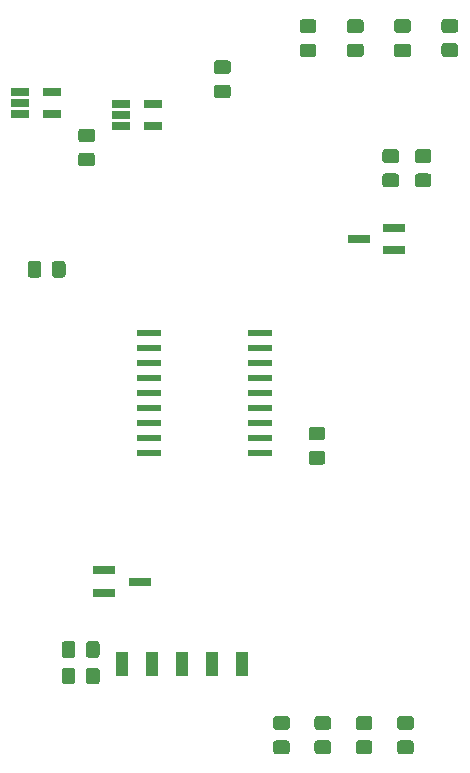
<source format=gbp>
G04 #@! TF.GenerationSoftware,KiCad,Pcbnew,(5.1.5-0-10_14)*
G04 #@! TF.CreationDate,2020-02-18T21:53:13-05:00*
G04 #@! TF.ProjectId,rlcsv3_modular,726c6373-7633-45f6-9d6f-64756c61722e,rev?*
G04 #@! TF.SameCoordinates,Original*
G04 #@! TF.FileFunction,Paste,Bot*
G04 #@! TF.FilePolarity,Positive*
%FSLAX46Y46*%
G04 Gerber Fmt 4.6, Leading zero omitted, Abs format (unit mm)*
G04 Created by KiCad (PCBNEW (5.1.5-0-10_14)) date 2020-02-18 21:53:13*
%MOMM*%
%LPD*%
G04 APERTURE LIST*
%ADD10R,1.000000X2.000000*%
%ADD11R,2.000000X0.600000*%
%ADD12R,1.560000X0.650000*%
%ADD13C,0.100000*%
%ADD14R,1.900000X0.800000*%
G04 APERTURE END LIST*
D10*
X141000000Y-132500000D03*
X143540000Y-132500000D03*
X146080000Y-132500000D03*
X148620000Y-132500000D03*
X151160000Y-132500000D03*
D11*
X143300000Y-104420000D03*
X143300000Y-105690000D03*
X143300000Y-106960000D03*
X143300000Y-108230000D03*
X143300000Y-109500000D03*
X143300000Y-110770000D03*
X143300000Y-112040000D03*
X143300000Y-113310000D03*
X143300000Y-114580000D03*
X152700000Y-114580000D03*
X152700000Y-113310000D03*
X152700000Y-112040000D03*
X152700000Y-110770000D03*
X152700000Y-109500000D03*
X152700000Y-108230000D03*
X152700000Y-106960000D03*
X152700000Y-105690000D03*
X152700000Y-104420000D03*
D12*
X135100000Y-85950000D03*
X135100000Y-84050000D03*
X132400000Y-84050000D03*
X132400000Y-85000000D03*
X132400000Y-85950000D03*
D13*
G36*
X135994505Y-98361204D02*
G01*
X136018773Y-98364804D01*
X136042572Y-98370765D01*
X136065671Y-98379030D01*
X136087850Y-98389520D01*
X136108893Y-98402132D01*
X136128599Y-98416747D01*
X136146777Y-98433223D01*
X136163253Y-98451401D01*
X136177868Y-98471107D01*
X136190480Y-98492150D01*
X136200970Y-98514329D01*
X136209235Y-98537428D01*
X136215196Y-98561227D01*
X136218796Y-98585495D01*
X136220000Y-98609999D01*
X136220000Y-99510001D01*
X136218796Y-99534505D01*
X136215196Y-99558773D01*
X136209235Y-99582572D01*
X136200970Y-99605671D01*
X136190480Y-99627850D01*
X136177868Y-99648893D01*
X136163253Y-99668599D01*
X136146777Y-99686777D01*
X136128599Y-99703253D01*
X136108893Y-99717868D01*
X136087850Y-99730480D01*
X136065671Y-99740970D01*
X136042572Y-99749235D01*
X136018773Y-99755196D01*
X135994505Y-99758796D01*
X135970001Y-99760000D01*
X135319999Y-99760000D01*
X135295495Y-99758796D01*
X135271227Y-99755196D01*
X135247428Y-99749235D01*
X135224329Y-99740970D01*
X135202150Y-99730480D01*
X135181107Y-99717868D01*
X135161401Y-99703253D01*
X135143223Y-99686777D01*
X135126747Y-99668599D01*
X135112132Y-99648893D01*
X135099520Y-99627850D01*
X135089030Y-99605671D01*
X135080765Y-99582572D01*
X135074804Y-99558773D01*
X135071204Y-99534505D01*
X135070000Y-99510001D01*
X135070000Y-98609999D01*
X135071204Y-98585495D01*
X135074804Y-98561227D01*
X135080765Y-98537428D01*
X135089030Y-98514329D01*
X135099520Y-98492150D01*
X135112132Y-98471107D01*
X135126747Y-98451401D01*
X135143223Y-98433223D01*
X135161401Y-98416747D01*
X135181107Y-98402132D01*
X135202150Y-98389520D01*
X135224329Y-98379030D01*
X135247428Y-98370765D01*
X135271227Y-98364804D01*
X135295495Y-98361204D01*
X135319999Y-98360000D01*
X135970001Y-98360000D01*
X135994505Y-98361204D01*
G37*
G36*
X133944505Y-98361204D02*
G01*
X133968773Y-98364804D01*
X133992572Y-98370765D01*
X134015671Y-98379030D01*
X134037850Y-98389520D01*
X134058893Y-98402132D01*
X134078599Y-98416747D01*
X134096777Y-98433223D01*
X134113253Y-98451401D01*
X134127868Y-98471107D01*
X134140480Y-98492150D01*
X134150970Y-98514329D01*
X134159235Y-98537428D01*
X134165196Y-98561227D01*
X134168796Y-98585495D01*
X134170000Y-98609999D01*
X134170000Y-99510001D01*
X134168796Y-99534505D01*
X134165196Y-99558773D01*
X134159235Y-99582572D01*
X134150970Y-99605671D01*
X134140480Y-99627850D01*
X134127868Y-99648893D01*
X134113253Y-99668599D01*
X134096777Y-99686777D01*
X134078599Y-99703253D01*
X134058893Y-99717868D01*
X134037850Y-99730480D01*
X134015671Y-99740970D01*
X133992572Y-99749235D01*
X133968773Y-99755196D01*
X133944505Y-99758796D01*
X133920001Y-99760000D01*
X133269999Y-99760000D01*
X133245495Y-99758796D01*
X133221227Y-99755196D01*
X133197428Y-99749235D01*
X133174329Y-99740970D01*
X133152150Y-99730480D01*
X133131107Y-99717868D01*
X133111401Y-99703253D01*
X133093223Y-99686777D01*
X133076747Y-99668599D01*
X133062132Y-99648893D01*
X133049520Y-99627850D01*
X133039030Y-99605671D01*
X133030765Y-99582572D01*
X133024804Y-99558773D01*
X133021204Y-99534505D01*
X133020000Y-99510001D01*
X133020000Y-98609999D01*
X133021204Y-98585495D01*
X133024804Y-98561227D01*
X133030765Y-98537428D01*
X133039030Y-98514329D01*
X133049520Y-98492150D01*
X133062132Y-98471107D01*
X133076747Y-98451401D01*
X133093223Y-98433223D01*
X133111401Y-98416747D01*
X133131107Y-98402132D01*
X133152150Y-98389520D01*
X133174329Y-98379030D01*
X133197428Y-98370765D01*
X133221227Y-98364804D01*
X133245495Y-98361204D01*
X133269999Y-98360000D01*
X133920001Y-98360000D01*
X133944505Y-98361204D01*
G37*
G36*
X138474505Y-87151204D02*
G01*
X138498773Y-87154804D01*
X138522572Y-87160765D01*
X138545671Y-87169030D01*
X138567850Y-87179520D01*
X138588893Y-87192132D01*
X138608599Y-87206747D01*
X138626777Y-87223223D01*
X138643253Y-87241401D01*
X138657868Y-87261107D01*
X138670480Y-87282150D01*
X138680970Y-87304329D01*
X138689235Y-87327428D01*
X138695196Y-87351227D01*
X138698796Y-87375495D01*
X138700000Y-87399999D01*
X138700000Y-88050001D01*
X138698796Y-88074505D01*
X138695196Y-88098773D01*
X138689235Y-88122572D01*
X138680970Y-88145671D01*
X138670480Y-88167850D01*
X138657868Y-88188893D01*
X138643253Y-88208599D01*
X138626777Y-88226777D01*
X138608599Y-88243253D01*
X138588893Y-88257868D01*
X138567850Y-88270480D01*
X138545671Y-88280970D01*
X138522572Y-88289235D01*
X138498773Y-88295196D01*
X138474505Y-88298796D01*
X138450001Y-88300000D01*
X137549999Y-88300000D01*
X137525495Y-88298796D01*
X137501227Y-88295196D01*
X137477428Y-88289235D01*
X137454329Y-88280970D01*
X137432150Y-88270480D01*
X137411107Y-88257868D01*
X137391401Y-88243253D01*
X137373223Y-88226777D01*
X137356747Y-88208599D01*
X137342132Y-88188893D01*
X137329520Y-88167850D01*
X137319030Y-88145671D01*
X137310765Y-88122572D01*
X137304804Y-88098773D01*
X137301204Y-88074505D01*
X137300000Y-88050001D01*
X137300000Y-87399999D01*
X137301204Y-87375495D01*
X137304804Y-87351227D01*
X137310765Y-87327428D01*
X137319030Y-87304329D01*
X137329520Y-87282150D01*
X137342132Y-87261107D01*
X137356747Y-87241401D01*
X137373223Y-87223223D01*
X137391401Y-87206747D01*
X137411107Y-87192132D01*
X137432150Y-87179520D01*
X137454329Y-87169030D01*
X137477428Y-87160765D01*
X137501227Y-87154804D01*
X137525495Y-87151204D01*
X137549999Y-87150000D01*
X138450001Y-87150000D01*
X138474505Y-87151204D01*
G37*
G36*
X138474505Y-89201204D02*
G01*
X138498773Y-89204804D01*
X138522572Y-89210765D01*
X138545671Y-89219030D01*
X138567850Y-89229520D01*
X138588893Y-89242132D01*
X138608599Y-89256747D01*
X138626777Y-89273223D01*
X138643253Y-89291401D01*
X138657868Y-89311107D01*
X138670480Y-89332150D01*
X138680970Y-89354329D01*
X138689235Y-89377428D01*
X138695196Y-89401227D01*
X138698796Y-89425495D01*
X138700000Y-89449999D01*
X138700000Y-90100001D01*
X138698796Y-90124505D01*
X138695196Y-90148773D01*
X138689235Y-90172572D01*
X138680970Y-90195671D01*
X138670480Y-90217850D01*
X138657868Y-90238893D01*
X138643253Y-90258599D01*
X138626777Y-90276777D01*
X138608599Y-90293253D01*
X138588893Y-90307868D01*
X138567850Y-90320480D01*
X138545671Y-90330970D01*
X138522572Y-90339235D01*
X138498773Y-90345196D01*
X138474505Y-90348796D01*
X138450001Y-90350000D01*
X137549999Y-90350000D01*
X137525495Y-90348796D01*
X137501227Y-90345196D01*
X137477428Y-90339235D01*
X137454329Y-90330970D01*
X137432150Y-90320480D01*
X137411107Y-90307868D01*
X137391401Y-90293253D01*
X137373223Y-90276777D01*
X137356747Y-90258599D01*
X137342132Y-90238893D01*
X137329520Y-90217850D01*
X137319030Y-90195671D01*
X137310765Y-90172572D01*
X137304804Y-90148773D01*
X137301204Y-90124505D01*
X137300000Y-90100001D01*
X137300000Y-89449999D01*
X137301204Y-89425495D01*
X137304804Y-89401227D01*
X137310765Y-89377428D01*
X137319030Y-89354329D01*
X137329520Y-89332150D01*
X137342132Y-89311107D01*
X137356747Y-89291401D01*
X137373223Y-89273223D01*
X137391401Y-89256747D01*
X137411107Y-89242132D01*
X137432150Y-89229520D01*
X137454329Y-89219030D01*
X137477428Y-89210765D01*
X137501227Y-89204804D01*
X137525495Y-89201204D01*
X137549999Y-89200000D01*
X138450001Y-89200000D01*
X138474505Y-89201204D01*
G37*
G36*
X149974505Y-81376204D02*
G01*
X149998773Y-81379804D01*
X150022572Y-81385765D01*
X150045671Y-81394030D01*
X150067850Y-81404520D01*
X150088893Y-81417132D01*
X150108599Y-81431747D01*
X150126777Y-81448223D01*
X150143253Y-81466401D01*
X150157868Y-81486107D01*
X150170480Y-81507150D01*
X150180970Y-81529329D01*
X150189235Y-81552428D01*
X150195196Y-81576227D01*
X150198796Y-81600495D01*
X150200000Y-81624999D01*
X150200000Y-82275001D01*
X150198796Y-82299505D01*
X150195196Y-82323773D01*
X150189235Y-82347572D01*
X150180970Y-82370671D01*
X150170480Y-82392850D01*
X150157868Y-82413893D01*
X150143253Y-82433599D01*
X150126777Y-82451777D01*
X150108599Y-82468253D01*
X150088893Y-82482868D01*
X150067850Y-82495480D01*
X150045671Y-82505970D01*
X150022572Y-82514235D01*
X149998773Y-82520196D01*
X149974505Y-82523796D01*
X149950001Y-82525000D01*
X149049999Y-82525000D01*
X149025495Y-82523796D01*
X149001227Y-82520196D01*
X148977428Y-82514235D01*
X148954329Y-82505970D01*
X148932150Y-82495480D01*
X148911107Y-82482868D01*
X148891401Y-82468253D01*
X148873223Y-82451777D01*
X148856747Y-82433599D01*
X148842132Y-82413893D01*
X148829520Y-82392850D01*
X148819030Y-82370671D01*
X148810765Y-82347572D01*
X148804804Y-82323773D01*
X148801204Y-82299505D01*
X148800000Y-82275001D01*
X148800000Y-81624999D01*
X148801204Y-81600495D01*
X148804804Y-81576227D01*
X148810765Y-81552428D01*
X148819030Y-81529329D01*
X148829520Y-81507150D01*
X148842132Y-81486107D01*
X148856747Y-81466401D01*
X148873223Y-81448223D01*
X148891401Y-81431747D01*
X148911107Y-81417132D01*
X148932150Y-81404520D01*
X148954329Y-81394030D01*
X148977428Y-81385765D01*
X149001227Y-81379804D01*
X149025495Y-81376204D01*
X149049999Y-81375000D01*
X149950001Y-81375000D01*
X149974505Y-81376204D01*
G37*
G36*
X149974505Y-83426204D02*
G01*
X149998773Y-83429804D01*
X150022572Y-83435765D01*
X150045671Y-83444030D01*
X150067850Y-83454520D01*
X150088893Y-83467132D01*
X150108599Y-83481747D01*
X150126777Y-83498223D01*
X150143253Y-83516401D01*
X150157868Y-83536107D01*
X150170480Y-83557150D01*
X150180970Y-83579329D01*
X150189235Y-83602428D01*
X150195196Y-83626227D01*
X150198796Y-83650495D01*
X150200000Y-83674999D01*
X150200000Y-84325001D01*
X150198796Y-84349505D01*
X150195196Y-84373773D01*
X150189235Y-84397572D01*
X150180970Y-84420671D01*
X150170480Y-84442850D01*
X150157868Y-84463893D01*
X150143253Y-84483599D01*
X150126777Y-84501777D01*
X150108599Y-84518253D01*
X150088893Y-84532868D01*
X150067850Y-84545480D01*
X150045671Y-84555970D01*
X150022572Y-84564235D01*
X149998773Y-84570196D01*
X149974505Y-84573796D01*
X149950001Y-84575000D01*
X149049999Y-84575000D01*
X149025495Y-84573796D01*
X149001227Y-84570196D01*
X148977428Y-84564235D01*
X148954329Y-84555970D01*
X148932150Y-84545480D01*
X148911107Y-84532868D01*
X148891401Y-84518253D01*
X148873223Y-84501777D01*
X148856747Y-84483599D01*
X148842132Y-84463893D01*
X148829520Y-84442850D01*
X148819030Y-84420671D01*
X148810765Y-84397572D01*
X148804804Y-84373773D01*
X148801204Y-84349505D01*
X148800000Y-84325001D01*
X148800000Y-83674999D01*
X148801204Y-83650495D01*
X148804804Y-83626227D01*
X148810765Y-83602428D01*
X148819030Y-83579329D01*
X148829520Y-83557150D01*
X148842132Y-83536107D01*
X148856747Y-83516401D01*
X148873223Y-83498223D01*
X148891401Y-83481747D01*
X148911107Y-83467132D01*
X148932150Y-83454520D01*
X148954329Y-83444030D01*
X148977428Y-83435765D01*
X149001227Y-83429804D01*
X149025495Y-83426204D01*
X149049999Y-83425000D01*
X149950001Y-83425000D01*
X149974505Y-83426204D01*
G37*
G36*
X154974505Y-138951204D02*
G01*
X154998773Y-138954804D01*
X155022572Y-138960765D01*
X155045671Y-138969030D01*
X155067850Y-138979520D01*
X155088893Y-138992132D01*
X155108599Y-139006747D01*
X155126777Y-139023223D01*
X155143253Y-139041401D01*
X155157868Y-139061107D01*
X155170480Y-139082150D01*
X155180970Y-139104329D01*
X155189235Y-139127428D01*
X155195196Y-139151227D01*
X155198796Y-139175495D01*
X155200000Y-139199999D01*
X155200000Y-139850001D01*
X155198796Y-139874505D01*
X155195196Y-139898773D01*
X155189235Y-139922572D01*
X155180970Y-139945671D01*
X155170480Y-139967850D01*
X155157868Y-139988893D01*
X155143253Y-140008599D01*
X155126777Y-140026777D01*
X155108599Y-140043253D01*
X155088893Y-140057868D01*
X155067850Y-140070480D01*
X155045671Y-140080970D01*
X155022572Y-140089235D01*
X154998773Y-140095196D01*
X154974505Y-140098796D01*
X154950001Y-140100000D01*
X154049999Y-140100000D01*
X154025495Y-140098796D01*
X154001227Y-140095196D01*
X153977428Y-140089235D01*
X153954329Y-140080970D01*
X153932150Y-140070480D01*
X153911107Y-140057868D01*
X153891401Y-140043253D01*
X153873223Y-140026777D01*
X153856747Y-140008599D01*
X153842132Y-139988893D01*
X153829520Y-139967850D01*
X153819030Y-139945671D01*
X153810765Y-139922572D01*
X153804804Y-139898773D01*
X153801204Y-139874505D01*
X153800000Y-139850001D01*
X153800000Y-139199999D01*
X153801204Y-139175495D01*
X153804804Y-139151227D01*
X153810765Y-139127428D01*
X153819030Y-139104329D01*
X153829520Y-139082150D01*
X153842132Y-139061107D01*
X153856747Y-139041401D01*
X153873223Y-139023223D01*
X153891401Y-139006747D01*
X153911107Y-138992132D01*
X153932150Y-138979520D01*
X153954329Y-138969030D01*
X153977428Y-138960765D01*
X154001227Y-138954804D01*
X154025495Y-138951204D01*
X154049999Y-138950000D01*
X154950001Y-138950000D01*
X154974505Y-138951204D01*
G37*
G36*
X154974505Y-136901204D02*
G01*
X154998773Y-136904804D01*
X155022572Y-136910765D01*
X155045671Y-136919030D01*
X155067850Y-136929520D01*
X155088893Y-136942132D01*
X155108599Y-136956747D01*
X155126777Y-136973223D01*
X155143253Y-136991401D01*
X155157868Y-137011107D01*
X155170480Y-137032150D01*
X155180970Y-137054329D01*
X155189235Y-137077428D01*
X155195196Y-137101227D01*
X155198796Y-137125495D01*
X155200000Y-137149999D01*
X155200000Y-137800001D01*
X155198796Y-137824505D01*
X155195196Y-137848773D01*
X155189235Y-137872572D01*
X155180970Y-137895671D01*
X155170480Y-137917850D01*
X155157868Y-137938893D01*
X155143253Y-137958599D01*
X155126777Y-137976777D01*
X155108599Y-137993253D01*
X155088893Y-138007868D01*
X155067850Y-138020480D01*
X155045671Y-138030970D01*
X155022572Y-138039235D01*
X154998773Y-138045196D01*
X154974505Y-138048796D01*
X154950001Y-138050000D01*
X154049999Y-138050000D01*
X154025495Y-138048796D01*
X154001227Y-138045196D01*
X153977428Y-138039235D01*
X153954329Y-138030970D01*
X153932150Y-138020480D01*
X153911107Y-138007868D01*
X153891401Y-137993253D01*
X153873223Y-137976777D01*
X153856747Y-137958599D01*
X153842132Y-137938893D01*
X153829520Y-137917850D01*
X153819030Y-137895671D01*
X153810765Y-137872572D01*
X153804804Y-137848773D01*
X153801204Y-137824505D01*
X153800000Y-137800001D01*
X153800000Y-137149999D01*
X153801204Y-137125495D01*
X153804804Y-137101227D01*
X153810765Y-137077428D01*
X153819030Y-137054329D01*
X153829520Y-137032150D01*
X153842132Y-137011107D01*
X153856747Y-136991401D01*
X153873223Y-136973223D01*
X153891401Y-136956747D01*
X153911107Y-136942132D01*
X153932150Y-136929520D01*
X153954329Y-136919030D01*
X153977428Y-136910765D01*
X154001227Y-136904804D01*
X154025495Y-136901204D01*
X154049999Y-136900000D01*
X154950001Y-136900000D01*
X154974505Y-136901204D01*
G37*
G36*
X158474505Y-138951204D02*
G01*
X158498773Y-138954804D01*
X158522572Y-138960765D01*
X158545671Y-138969030D01*
X158567850Y-138979520D01*
X158588893Y-138992132D01*
X158608599Y-139006747D01*
X158626777Y-139023223D01*
X158643253Y-139041401D01*
X158657868Y-139061107D01*
X158670480Y-139082150D01*
X158680970Y-139104329D01*
X158689235Y-139127428D01*
X158695196Y-139151227D01*
X158698796Y-139175495D01*
X158700000Y-139199999D01*
X158700000Y-139850001D01*
X158698796Y-139874505D01*
X158695196Y-139898773D01*
X158689235Y-139922572D01*
X158680970Y-139945671D01*
X158670480Y-139967850D01*
X158657868Y-139988893D01*
X158643253Y-140008599D01*
X158626777Y-140026777D01*
X158608599Y-140043253D01*
X158588893Y-140057868D01*
X158567850Y-140070480D01*
X158545671Y-140080970D01*
X158522572Y-140089235D01*
X158498773Y-140095196D01*
X158474505Y-140098796D01*
X158450001Y-140100000D01*
X157549999Y-140100000D01*
X157525495Y-140098796D01*
X157501227Y-140095196D01*
X157477428Y-140089235D01*
X157454329Y-140080970D01*
X157432150Y-140070480D01*
X157411107Y-140057868D01*
X157391401Y-140043253D01*
X157373223Y-140026777D01*
X157356747Y-140008599D01*
X157342132Y-139988893D01*
X157329520Y-139967850D01*
X157319030Y-139945671D01*
X157310765Y-139922572D01*
X157304804Y-139898773D01*
X157301204Y-139874505D01*
X157300000Y-139850001D01*
X157300000Y-139199999D01*
X157301204Y-139175495D01*
X157304804Y-139151227D01*
X157310765Y-139127428D01*
X157319030Y-139104329D01*
X157329520Y-139082150D01*
X157342132Y-139061107D01*
X157356747Y-139041401D01*
X157373223Y-139023223D01*
X157391401Y-139006747D01*
X157411107Y-138992132D01*
X157432150Y-138979520D01*
X157454329Y-138969030D01*
X157477428Y-138960765D01*
X157501227Y-138954804D01*
X157525495Y-138951204D01*
X157549999Y-138950000D01*
X158450001Y-138950000D01*
X158474505Y-138951204D01*
G37*
G36*
X158474505Y-136901204D02*
G01*
X158498773Y-136904804D01*
X158522572Y-136910765D01*
X158545671Y-136919030D01*
X158567850Y-136929520D01*
X158588893Y-136942132D01*
X158608599Y-136956747D01*
X158626777Y-136973223D01*
X158643253Y-136991401D01*
X158657868Y-137011107D01*
X158670480Y-137032150D01*
X158680970Y-137054329D01*
X158689235Y-137077428D01*
X158695196Y-137101227D01*
X158698796Y-137125495D01*
X158700000Y-137149999D01*
X158700000Y-137800001D01*
X158698796Y-137824505D01*
X158695196Y-137848773D01*
X158689235Y-137872572D01*
X158680970Y-137895671D01*
X158670480Y-137917850D01*
X158657868Y-137938893D01*
X158643253Y-137958599D01*
X158626777Y-137976777D01*
X158608599Y-137993253D01*
X158588893Y-138007868D01*
X158567850Y-138020480D01*
X158545671Y-138030970D01*
X158522572Y-138039235D01*
X158498773Y-138045196D01*
X158474505Y-138048796D01*
X158450001Y-138050000D01*
X157549999Y-138050000D01*
X157525495Y-138048796D01*
X157501227Y-138045196D01*
X157477428Y-138039235D01*
X157454329Y-138030970D01*
X157432150Y-138020480D01*
X157411107Y-138007868D01*
X157391401Y-137993253D01*
X157373223Y-137976777D01*
X157356747Y-137958599D01*
X157342132Y-137938893D01*
X157329520Y-137917850D01*
X157319030Y-137895671D01*
X157310765Y-137872572D01*
X157304804Y-137848773D01*
X157301204Y-137824505D01*
X157300000Y-137800001D01*
X157300000Y-137149999D01*
X157301204Y-137125495D01*
X157304804Y-137101227D01*
X157310765Y-137077428D01*
X157319030Y-137054329D01*
X157329520Y-137032150D01*
X157342132Y-137011107D01*
X157356747Y-136991401D01*
X157373223Y-136973223D01*
X157391401Y-136956747D01*
X157411107Y-136942132D01*
X157432150Y-136929520D01*
X157454329Y-136919030D01*
X157477428Y-136910765D01*
X157501227Y-136904804D01*
X157525495Y-136901204D01*
X157549999Y-136900000D01*
X158450001Y-136900000D01*
X158474505Y-136901204D01*
G37*
G36*
X161974505Y-136901204D02*
G01*
X161998773Y-136904804D01*
X162022572Y-136910765D01*
X162045671Y-136919030D01*
X162067850Y-136929520D01*
X162088893Y-136942132D01*
X162108599Y-136956747D01*
X162126777Y-136973223D01*
X162143253Y-136991401D01*
X162157868Y-137011107D01*
X162170480Y-137032150D01*
X162180970Y-137054329D01*
X162189235Y-137077428D01*
X162195196Y-137101227D01*
X162198796Y-137125495D01*
X162200000Y-137149999D01*
X162200000Y-137800001D01*
X162198796Y-137824505D01*
X162195196Y-137848773D01*
X162189235Y-137872572D01*
X162180970Y-137895671D01*
X162170480Y-137917850D01*
X162157868Y-137938893D01*
X162143253Y-137958599D01*
X162126777Y-137976777D01*
X162108599Y-137993253D01*
X162088893Y-138007868D01*
X162067850Y-138020480D01*
X162045671Y-138030970D01*
X162022572Y-138039235D01*
X161998773Y-138045196D01*
X161974505Y-138048796D01*
X161950001Y-138050000D01*
X161049999Y-138050000D01*
X161025495Y-138048796D01*
X161001227Y-138045196D01*
X160977428Y-138039235D01*
X160954329Y-138030970D01*
X160932150Y-138020480D01*
X160911107Y-138007868D01*
X160891401Y-137993253D01*
X160873223Y-137976777D01*
X160856747Y-137958599D01*
X160842132Y-137938893D01*
X160829520Y-137917850D01*
X160819030Y-137895671D01*
X160810765Y-137872572D01*
X160804804Y-137848773D01*
X160801204Y-137824505D01*
X160800000Y-137800001D01*
X160800000Y-137149999D01*
X160801204Y-137125495D01*
X160804804Y-137101227D01*
X160810765Y-137077428D01*
X160819030Y-137054329D01*
X160829520Y-137032150D01*
X160842132Y-137011107D01*
X160856747Y-136991401D01*
X160873223Y-136973223D01*
X160891401Y-136956747D01*
X160911107Y-136942132D01*
X160932150Y-136929520D01*
X160954329Y-136919030D01*
X160977428Y-136910765D01*
X161001227Y-136904804D01*
X161025495Y-136901204D01*
X161049999Y-136900000D01*
X161950001Y-136900000D01*
X161974505Y-136901204D01*
G37*
G36*
X161974505Y-138951204D02*
G01*
X161998773Y-138954804D01*
X162022572Y-138960765D01*
X162045671Y-138969030D01*
X162067850Y-138979520D01*
X162088893Y-138992132D01*
X162108599Y-139006747D01*
X162126777Y-139023223D01*
X162143253Y-139041401D01*
X162157868Y-139061107D01*
X162170480Y-139082150D01*
X162180970Y-139104329D01*
X162189235Y-139127428D01*
X162195196Y-139151227D01*
X162198796Y-139175495D01*
X162200000Y-139199999D01*
X162200000Y-139850001D01*
X162198796Y-139874505D01*
X162195196Y-139898773D01*
X162189235Y-139922572D01*
X162180970Y-139945671D01*
X162170480Y-139967850D01*
X162157868Y-139988893D01*
X162143253Y-140008599D01*
X162126777Y-140026777D01*
X162108599Y-140043253D01*
X162088893Y-140057868D01*
X162067850Y-140070480D01*
X162045671Y-140080970D01*
X162022572Y-140089235D01*
X161998773Y-140095196D01*
X161974505Y-140098796D01*
X161950001Y-140100000D01*
X161049999Y-140100000D01*
X161025495Y-140098796D01*
X161001227Y-140095196D01*
X160977428Y-140089235D01*
X160954329Y-140080970D01*
X160932150Y-140070480D01*
X160911107Y-140057868D01*
X160891401Y-140043253D01*
X160873223Y-140026777D01*
X160856747Y-140008599D01*
X160842132Y-139988893D01*
X160829520Y-139967850D01*
X160819030Y-139945671D01*
X160810765Y-139922572D01*
X160804804Y-139898773D01*
X160801204Y-139874505D01*
X160800000Y-139850001D01*
X160800000Y-139199999D01*
X160801204Y-139175495D01*
X160804804Y-139151227D01*
X160810765Y-139127428D01*
X160819030Y-139104329D01*
X160829520Y-139082150D01*
X160842132Y-139061107D01*
X160856747Y-139041401D01*
X160873223Y-139023223D01*
X160891401Y-139006747D01*
X160911107Y-138992132D01*
X160932150Y-138979520D01*
X160954329Y-138969030D01*
X160977428Y-138960765D01*
X161001227Y-138954804D01*
X161025495Y-138951204D01*
X161049999Y-138950000D01*
X161950001Y-138950000D01*
X161974505Y-138951204D01*
G37*
G36*
X165474505Y-136901204D02*
G01*
X165498773Y-136904804D01*
X165522572Y-136910765D01*
X165545671Y-136919030D01*
X165567850Y-136929520D01*
X165588893Y-136942132D01*
X165608599Y-136956747D01*
X165626777Y-136973223D01*
X165643253Y-136991401D01*
X165657868Y-137011107D01*
X165670480Y-137032150D01*
X165680970Y-137054329D01*
X165689235Y-137077428D01*
X165695196Y-137101227D01*
X165698796Y-137125495D01*
X165700000Y-137149999D01*
X165700000Y-137800001D01*
X165698796Y-137824505D01*
X165695196Y-137848773D01*
X165689235Y-137872572D01*
X165680970Y-137895671D01*
X165670480Y-137917850D01*
X165657868Y-137938893D01*
X165643253Y-137958599D01*
X165626777Y-137976777D01*
X165608599Y-137993253D01*
X165588893Y-138007868D01*
X165567850Y-138020480D01*
X165545671Y-138030970D01*
X165522572Y-138039235D01*
X165498773Y-138045196D01*
X165474505Y-138048796D01*
X165450001Y-138050000D01*
X164549999Y-138050000D01*
X164525495Y-138048796D01*
X164501227Y-138045196D01*
X164477428Y-138039235D01*
X164454329Y-138030970D01*
X164432150Y-138020480D01*
X164411107Y-138007868D01*
X164391401Y-137993253D01*
X164373223Y-137976777D01*
X164356747Y-137958599D01*
X164342132Y-137938893D01*
X164329520Y-137917850D01*
X164319030Y-137895671D01*
X164310765Y-137872572D01*
X164304804Y-137848773D01*
X164301204Y-137824505D01*
X164300000Y-137800001D01*
X164300000Y-137149999D01*
X164301204Y-137125495D01*
X164304804Y-137101227D01*
X164310765Y-137077428D01*
X164319030Y-137054329D01*
X164329520Y-137032150D01*
X164342132Y-137011107D01*
X164356747Y-136991401D01*
X164373223Y-136973223D01*
X164391401Y-136956747D01*
X164411107Y-136942132D01*
X164432150Y-136929520D01*
X164454329Y-136919030D01*
X164477428Y-136910765D01*
X164501227Y-136904804D01*
X164525495Y-136901204D01*
X164549999Y-136900000D01*
X165450001Y-136900000D01*
X165474505Y-136901204D01*
G37*
G36*
X165474505Y-138951204D02*
G01*
X165498773Y-138954804D01*
X165522572Y-138960765D01*
X165545671Y-138969030D01*
X165567850Y-138979520D01*
X165588893Y-138992132D01*
X165608599Y-139006747D01*
X165626777Y-139023223D01*
X165643253Y-139041401D01*
X165657868Y-139061107D01*
X165670480Y-139082150D01*
X165680970Y-139104329D01*
X165689235Y-139127428D01*
X165695196Y-139151227D01*
X165698796Y-139175495D01*
X165700000Y-139199999D01*
X165700000Y-139850001D01*
X165698796Y-139874505D01*
X165695196Y-139898773D01*
X165689235Y-139922572D01*
X165680970Y-139945671D01*
X165670480Y-139967850D01*
X165657868Y-139988893D01*
X165643253Y-140008599D01*
X165626777Y-140026777D01*
X165608599Y-140043253D01*
X165588893Y-140057868D01*
X165567850Y-140070480D01*
X165545671Y-140080970D01*
X165522572Y-140089235D01*
X165498773Y-140095196D01*
X165474505Y-140098796D01*
X165450001Y-140100000D01*
X164549999Y-140100000D01*
X164525495Y-140098796D01*
X164501227Y-140095196D01*
X164477428Y-140089235D01*
X164454329Y-140080970D01*
X164432150Y-140070480D01*
X164411107Y-140057868D01*
X164391401Y-140043253D01*
X164373223Y-140026777D01*
X164356747Y-140008599D01*
X164342132Y-139988893D01*
X164329520Y-139967850D01*
X164319030Y-139945671D01*
X164310765Y-139922572D01*
X164304804Y-139898773D01*
X164301204Y-139874505D01*
X164300000Y-139850001D01*
X164300000Y-139199999D01*
X164301204Y-139175495D01*
X164304804Y-139151227D01*
X164310765Y-139127428D01*
X164319030Y-139104329D01*
X164329520Y-139082150D01*
X164342132Y-139061107D01*
X164356747Y-139041401D01*
X164373223Y-139023223D01*
X164391401Y-139006747D01*
X164411107Y-138992132D01*
X164432150Y-138979520D01*
X164454329Y-138969030D01*
X164477428Y-138960765D01*
X164501227Y-138954804D01*
X164525495Y-138951204D01*
X164549999Y-138950000D01*
X165450001Y-138950000D01*
X165474505Y-138951204D01*
G37*
G36*
X164224505Y-88901204D02*
G01*
X164248773Y-88904804D01*
X164272572Y-88910765D01*
X164295671Y-88919030D01*
X164317850Y-88929520D01*
X164338893Y-88942132D01*
X164358599Y-88956747D01*
X164376777Y-88973223D01*
X164393253Y-88991401D01*
X164407868Y-89011107D01*
X164420480Y-89032150D01*
X164430970Y-89054329D01*
X164439235Y-89077428D01*
X164445196Y-89101227D01*
X164448796Y-89125495D01*
X164450000Y-89149999D01*
X164450000Y-89800001D01*
X164448796Y-89824505D01*
X164445196Y-89848773D01*
X164439235Y-89872572D01*
X164430970Y-89895671D01*
X164420480Y-89917850D01*
X164407868Y-89938893D01*
X164393253Y-89958599D01*
X164376777Y-89976777D01*
X164358599Y-89993253D01*
X164338893Y-90007868D01*
X164317850Y-90020480D01*
X164295671Y-90030970D01*
X164272572Y-90039235D01*
X164248773Y-90045196D01*
X164224505Y-90048796D01*
X164200001Y-90050000D01*
X163299999Y-90050000D01*
X163275495Y-90048796D01*
X163251227Y-90045196D01*
X163227428Y-90039235D01*
X163204329Y-90030970D01*
X163182150Y-90020480D01*
X163161107Y-90007868D01*
X163141401Y-89993253D01*
X163123223Y-89976777D01*
X163106747Y-89958599D01*
X163092132Y-89938893D01*
X163079520Y-89917850D01*
X163069030Y-89895671D01*
X163060765Y-89872572D01*
X163054804Y-89848773D01*
X163051204Y-89824505D01*
X163050000Y-89800001D01*
X163050000Y-89149999D01*
X163051204Y-89125495D01*
X163054804Y-89101227D01*
X163060765Y-89077428D01*
X163069030Y-89054329D01*
X163079520Y-89032150D01*
X163092132Y-89011107D01*
X163106747Y-88991401D01*
X163123223Y-88973223D01*
X163141401Y-88956747D01*
X163161107Y-88942132D01*
X163182150Y-88929520D01*
X163204329Y-88919030D01*
X163227428Y-88910765D01*
X163251227Y-88904804D01*
X163275495Y-88901204D01*
X163299999Y-88900000D01*
X164200001Y-88900000D01*
X164224505Y-88901204D01*
G37*
G36*
X164224505Y-90951204D02*
G01*
X164248773Y-90954804D01*
X164272572Y-90960765D01*
X164295671Y-90969030D01*
X164317850Y-90979520D01*
X164338893Y-90992132D01*
X164358599Y-91006747D01*
X164376777Y-91023223D01*
X164393253Y-91041401D01*
X164407868Y-91061107D01*
X164420480Y-91082150D01*
X164430970Y-91104329D01*
X164439235Y-91127428D01*
X164445196Y-91151227D01*
X164448796Y-91175495D01*
X164450000Y-91199999D01*
X164450000Y-91850001D01*
X164448796Y-91874505D01*
X164445196Y-91898773D01*
X164439235Y-91922572D01*
X164430970Y-91945671D01*
X164420480Y-91967850D01*
X164407868Y-91988893D01*
X164393253Y-92008599D01*
X164376777Y-92026777D01*
X164358599Y-92043253D01*
X164338893Y-92057868D01*
X164317850Y-92070480D01*
X164295671Y-92080970D01*
X164272572Y-92089235D01*
X164248773Y-92095196D01*
X164224505Y-92098796D01*
X164200001Y-92100000D01*
X163299999Y-92100000D01*
X163275495Y-92098796D01*
X163251227Y-92095196D01*
X163227428Y-92089235D01*
X163204329Y-92080970D01*
X163182150Y-92070480D01*
X163161107Y-92057868D01*
X163141401Y-92043253D01*
X163123223Y-92026777D01*
X163106747Y-92008599D01*
X163092132Y-91988893D01*
X163079520Y-91967850D01*
X163069030Y-91945671D01*
X163060765Y-91922572D01*
X163054804Y-91898773D01*
X163051204Y-91874505D01*
X163050000Y-91850001D01*
X163050000Y-91199999D01*
X163051204Y-91175495D01*
X163054804Y-91151227D01*
X163060765Y-91127428D01*
X163069030Y-91104329D01*
X163079520Y-91082150D01*
X163092132Y-91061107D01*
X163106747Y-91041401D01*
X163123223Y-91023223D01*
X163141401Y-91006747D01*
X163161107Y-90992132D01*
X163182150Y-90979520D01*
X163204329Y-90969030D01*
X163227428Y-90960765D01*
X163251227Y-90954804D01*
X163275495Y-90951204D01*
X163299999Y-90950000D01*
X164200001Y-90950000D01*
X164224505Y-90951204D01*
G37*
G36*
X136824505Y-132801204D02*
G01*
X136848773Y-132804804D01*
X136872572Y-132810765D01*
X136895671Y-132819030D01*
X136917850Y-132829520D01*
X136938893Y-132842132D01*
X136958599Y-132856747D01*
X136976777Y-132873223D01*
X136993253Y-132891401D01*
X137007868Y-132911107D01*
X137020480Y-132932150D01*
X137030970Y-132954329D01*
X137039235Y-132977428D01*
X137045196Y-133001227D01*
X137048796Y-133025495D01*
X137050000Y-133049999D01*
X137050000Y-133950001D01*
X137048796Y-133974505D01*
X137045196Y-133998773D01*
X137039235Y-134022572D01*
X137030970Y-134045671D01*
X137020480Y-134067850D01*
X137007868Y-134088893D01*
X136993253Y-134108599D01*
X136976777Y-134126777D01*
X136958599Y-134143253D01*
X136938893Y-134157868D01*
X136917850Y-134170480D01*
X136895671Y-134180970D01*
X136872572Y-134189235D01*
X136848773Y-134195196D01*
X136824505Y-134198796D01*
X136800001Y-134200000D01*
X136149999Y-134200000D01*
X136125495Y-134198796D01*
X136101227Y-134195196D01*
X136077428Y-134189235D01*
X136054329Y-134180970D01*
X136032150Y-134170480D01*
X136011107Y-134157868D01*
X135991401Y-134143253D01*
X135973223Y-134126777D01*
X135956747Y-134108599D01*
X135942132Y-134088893D01*
X135929520Y-134067850D01*
X135919030Y-134045671D01*
X135910765Y-134022572D01*
X135904804Y-133998773D01*
X135901204Y-133974505D01*
X135900000Y-133950001D01*
X135900000Y-133049999D01*
X135901204Y-133025495D01*
X135904804Y-133001227D01*
X135910765Y-132977428D01*
X135919030Y-132954329D01*
X135929520Y-132932150D01*
X135942132Y-132911107D01*
X135956747Y-132891401D01*
X135973223Y-132873223D01*
X135991401Y-132856747D01*
X136011107Y-132842132D01*
X136032150Y-132829520D01*
X136054329Y-132819030D01*
X136077428Y-132810765D01*
X136101227Y-132804804D01*
X136125495Y-132801204D01*
X136149999Y-132800000D01*
X136800001Y-132800000D01*
X136824505Y-132801204D01*
G37*
G36*
X138874505Y-132801204D02*
G01*
X138898773Y-132804804D01*
X138922572Y-132810765D01*
X138945671Y-132819030D01*
X138967850Y-132829520D01*
X138988893Y-132842132D01*
X139008599Y-132856747D01*
X139026777Y-132873223D01*
X139043253Y-132891401D01*
X139057868Y-132911107D01*
X139070480Y-132932150D01*
X139080970Y-132954329D01*
X139089235Y-132977428D01*
X139095196Y-133001227D01*
X139098796Y-133025495D01*
X139100000Y-133049999D01*
X139100000Y-133950001D01*
X139098796Y-133974505D01*
X139095196Y-133998773D01*
X139089235Y-134022572D01*
X139080970Y-134045671D01*
X139070480Y-134067850D01*
X139057868Y-134088893D01*
X139043253Y-134108599D01*
X139026777Y-134126777D01*
X139008599Y-134143253D01*
X138988893Y-134157868D01*
X138967850Y-134170480D01*
X138945671Y-134180970D01*
X138922572Y-134189235D01*
X138898773Y-134195196D01*
X138874505Y-134198796D01*
X138850001Y-134200000D01*
X138199999Y-134200000D01*
X138175495Y-134198796D01*
X138151227Y-134195196D01*
X138127428Y-134189235D01*
X138104329Y-134180970D01*
X138082150Y-134170480D01*
X138061107Y-134157868D01*
X138041401Y-134143253D01*
X138023223Y-134126777D01*
X138006747Y-134108599D01*
X137992132Y-134088893D01*
X137979520Y-134067850D01*
X137969030Y-134045671D01*
X137960765Y-134022572D01*
X137954804Y-133998773D01*
X137951204Y-133974505D01*
X137950000Y-133950001D01*
X137950000Y-133049999D01*
X137951204Y-133025495D01*
X137954804Y-133001227D01*
X137960765Y-132977428D01*
X137969030Y-132954329D01*
X137979520Y-132932150D01*
X137992132Y-132911107D01*
X138006747Y-132891401D01*
X138023223Y-132873223D01*
X138041401Y-132856747D01*
X138061107Y-132842132D01*
X138082150Y-132829520D01*
X138104329Y-132819030D01*
X138127428Y-132810765D01*
X138151227Y-132804804D01*
X138175495Y-132801204D01*
X138199999Y-132800000D01*
X138850001Y-132800000D01*
X138874505Y-132801204D01*
G37*
G36*
X161224505Y-79951204D02*
G01*
X161248773Y-79954804D01*
X161272572Y-79960765D01*
X161295671Y-79969030D01*
X161317850Y-79979520D01*
X161338893Y-79992132D01*
X161358599Y-80006747D01*
X161376777Y-80023223D01*
X161393253Y-80041401D01*
X161407868Y-80061107D01*
X161420480Y-80082150D01*
X161430970Y-80104329D01*
X161439235Y-80127428D01*
X161445196Y-80151227D01*
X161448796Y-80175495D01*
X161450000Y-80199999D01*
X161450000Y-80850001D01*
X161448796Y-80874505D01*
X161445196Y-80898773D01*
X161439235Y-80922572D01*
X161430970Y-80945671D01*
X161420480Y-80967850D01*
X161407868Y-80988893D01*
X161393253Y-81008599D01*
X161376777Y-81026777D01*
X161358599Y-81043253D01*
X161338893Y-81057868D01*
X161317850Y-81070480D01*
X161295671Y-81080970D01*
X161272572Y-81089235D01*
X161248773Y-81095196D01*
X161224505Y-81098796D01*
X161200001Y-81100000D01*
X160299999Y-81100000D01*
X160275495Y-81098796D01*
X160251227Y-81095196D01*
X160227428Y-81089235D01*
X160204329Y-81080970D01*
X160182150Y-81070480D01*
X160161107Y-81057868D01*
X160141401Y-81043253D01*
X160123223Y-81026777D01*
X160106747Y-81008599D01*
X160092132Y-80988893D01*
X160079520Y-80967850D01*
X160069030Y-80945671D01*
X160060765Y-80922572D01*
X160054804Y-80898773D01*
X160051204Y-80874505D01*
X160050000Y-80850001D01*
X160050000Y-80199999D01*
X160051204Y-80175495D01*
X160054804Y-80151227D01*
X160060765Y-80127428D01*
X160069030Y-80104329D01*
X160079520Y-80082150D01*
X160092132Y-80061107D01*
X160106747Y-80041401D01*
X160123223Y-80023223D01*
X160141401Y-80006747D01*
X160161107Y-79992132D01*
X160182150Y-79979520D01*
X160204329Y-79969030D01*
X160227428Y-79960765D01*
X160251227Y-79954804D01*
X160275495Y-79951204D01*
X160299999Y-79950000D01*
X161200001Y-79950000D01*
X161224505Y-79951204D01*
G37*
G36*
X161224505Y-77901204D02*
G01*
X161248773Y-77904804D01*
X161272572Y-77910765D01*
X161295671Y-77919030D01*
X161317850Y-77929520D01*
X161338893Y-77942132D01*
X161358599Y-77956747D01*
X161376777Y-77973223D01*
X161393253Y-77991401D01*
X161407868Y-78011107D01*
X161420480Y-78032150D01*
X161430970Y-78054329D01*
X161439235Y-78077428D01*
X161445196Y-78101227D01*
X161448796Y-78125495D01*
X161450000Y-78149999D01*
X161450000Y-78800001D01*
X161448796Y-78824505D01*
X161445196Y-78848773D01*
X161439235Y-78872572D01*
X161430970Y-78895671D01*
X161420480Y-78917850D01*
X161407868Y-78938893D01*
X161393253Y-78958599D01*
X161376777Y-78976777D01*
X161358599Y-78993253D01*
X161338893Y-79007868D01*
X161317850Y-79020480D01*
X161295671Y-79030970D01*
X161272572Y-79039235D01*
X161248773Y-79045196D01*
X161224505Y-79048796D01*
X161200001Y-79050000D01*
X160299999Y-79050000D01*
X160275495Y-79048796D01*
X160251227Y-79045196D01*
X160227428Y-79039235D01*
X160204329Y-79030970D01*
X160182150Y-79020480D01*
X160161107Y-79007868D01*
X160141401Y-78993253D01*
X160123223Y-78976777D01*
X160106747Y-78958599D01*
X160092132Y-78938893D01*
X160079520Y-78917850D01*
X160069030Y-78895671D01*
X160060765Y-78872572D01*
X160054804Y-78848773D01*
X160051204Y-78824505D01*
X160050000Y-78800001D01*
X160050000Y-78149999D01*
X160051204Y-78125495D01*
X160054804Y-78101227D01*
X160060765Y-78077428D01*
X160069030Y-78054329D01*
X160079520Y-78032150D01*
X160092132Y-78011107D01*
X160106747Y-77991401D01*
X160123223Y-77973223D01*
X160141401Y-77956747D01*
X160161107Y-77942132D01*
X160182150Y-77929520D01*
X160204329Y-77919030D01*
X160227428Y-77910765D01*
X160251227Y-77904804D01*
X160275495Y-77901204D01*
X160299999Y-77900000D01*
X161200001Y-77900000D01*
X161224505Y-77901204D01*
G37*
G36*
X157224505Y-79951204D02*
G01*
X157248773Y-79954804D01*
X157272572Y-79960765D01*
X157295671Y-79969030D01*
X157317850Y-79979520D01*
X157338893Y-79992132D01*
X157358599Y-80006747D01*
X157376777Y-80023223D01*
X157393253Y-80041401D01*
X157407868Y-80061107D01*
X157420480Y-80082150D01*
X157430970Y-80104329D01*
X157439235Y-80127428D01*
X157445196Y-80151227D01*
X157448796Y-80175495D01*
X157450000Y-80199999D01*
X157450000Y-80850001D01*
X157448796Y-80874505D01*
X157445196Y-80898773D01*
X157439235Y-80922572D01*
X157430970Y-80945671D01*
X157420480Y-80967850D01*
X157407868Y-80988893D01*
X157393253Y-81008599D01*
X157376777Y-81026777D01*
X157358599Y-81043253D01*
X157338893Y-81057868D01*
X157317850Y-81070480D01*
X157295671Y-81080970D01*
X157272572Y-81089235D01*
X157248773Y-81095196D01*
X157224505Y-81098796D01*
X157200001Y-81100000D01*
X156299999Y-81100000D01*
X156275495Y-81098796D01*
X156251227Y-81095196D01*
X156227428Y-81089235D01*
X156204329Y-81080970D01*
X156182150Y-81070480D01*
X156161107Y-81057868D01*
X156141401Y-81043253D01*
X156123223Y-81026777D01*
X156106747Y-81008599D01*
X156092132Y-80988893D01*
X156079520Y-80967850D01*
X156069030Y-80945671D01*
X156060765Y-80922572D01*
X156054804Y-80898773D01*
X156051204Y-80874505D01*
X156050000Y-80850001D01*
X156050000Y-80199999D01*
X156051204Y-80175495D01*
X156054804Y-80151227D01*
X156060765Y-80127428D01*
X156069030Y-80104329D01*
X156079520Y-80082150D01*
X156092132Y-80061107D01*
X156106747Y-80041401D01*
X156123223Y-80023223D01*
X156141401Y-80006747D01*
X156161107Y-79992132D01*
X156182150Y-79979520D01*
X156204329Y-79969030D01*
X156227428Y-79960765D01*
X156251227Y-79954804D01*
X156275495Y-79951204D01*
X156299999Y-79950000D01*
X157200001Y-79950000D01*
X157224505Y-79951204D01*
G37*
G36*
X157224505Y-77901204D02*
G01*
X157248773Y-77904804D01*
X157272572Y-77910765D01*
X157295671Y-77919030D01*
X157317850Y-77929520D01*
X157338893Y-77942132D01*
X157358599Y-77956747D01*
X157376777Y-77973223D01*
X157393253Y-77991401D01*
X157407868Y-78011107D01*
X157420480Y-78032150D01*
X157430970Y-78054329D01*
X157439235Y-78077428D01*
X157445196Y-78101227D01*
X157448796Y-78125495D01*
X157450000Y-78149999D01*
X157450000Y-78800001D01*
X157448796Y-78824505D01*
X157445196Y-78848773D01*
X157439235Y-78872572D01*
X157430970Y-78895671D01*
X157420480Y-78917850D01*
X157407868Y-78938893D01*
X157393253Y-78958599D01*
X157376777Y-78976777D01*
X157358599Y-78993253D01*
X157338893Y-79007868D01*
X157317850Y-79020480D01*
X157295671Y-79030970D01*
X157272572Y-79039235D01*
X157248773Y-79045196D01*
X157224505Y-79048796D01*
X157200001Y-79050000D01*
X156299999Y-79050000D01*
X156275495Y-79048796D01*
X156251227Y-79045196D01*
X156227428Y-79039235D01*
X156204329Y-79030970D01*
X156182150Y-79020480D01*
X156161107Y-79007868D01*
X156141401Y-78993253D01*
X156123223Y-78976777D01*
X156106747Y-78958599D01*
X156092132Y-78938893D01*
X156079520Y-78917850D01*
X156069030Y-78895671D01*
X156060765Y-78872572D01*
X156054804Y-78848773D01*
X156051204Y-78824505D01*
X156050000Y-78800001D01*
X156050000Y-78149999D01*
X156051204Y-78125495D01*
X156054804Y-78101227D01*
X156060765Y-78077428D01*
X156069030Y-78054329D01*
X156079520Y-78032150D01*
X156092132Y-78011107D01*
X156106747Y-77991401D01*
X156123223Y-77973223D01*
X156141401Y-77956747D01*
X156161107Y-77942132D01*
X156182150Y-77929520D01*
X156204329Y-77919030D01*
X156227428Y-77910765D01*
X156251227Y-77904804D01*
X156275495Y-77901204D01*
X156299999Y-77900000D01*
X157200001Y-77900000D01*
X157224505Y-77901204D01*
G37*
G36*
X169224505Y-77876204D02*
G01*
X169248773Y-77879804D01*
X169272572Y-77885765D01*
X169295671Y-77894030D01*
X169317850Y-77904520D01*
X169338893Y-77917132D01*
X169358599Y-77931747D01*
X169376777Y-77948223D01*
X169393253Y-77966401D01*
X169407868Y-77986107D01*
X169420480Y-78007150D01*
X169430970Y-78029329D01*
X169439235Y-78052428D01*
X169445196Y-78076227D01*
X169448796Y-78100495D01*
X169450000Y-78124999D01*
X169450000Y-78775001D01*
X169448796Y-78799505D01*
X169445196Y-78823773D01*
X169439235Y-78847572D01*
X169430970Y-78870671D01*
X169420480Y-78892850D01*
X169407868Y-78913893D01*
X169393253Y-78933599D01*
X169376777Y-78951777D01*
X169358599Y-78968253D01*
X169338893Y-78982868D01*
X169317850Y-78995480D01*
X169295671Y-79005970D01*
X169272572Y-79014235D01*
X169248773Y-79020196D01*
X169224505Y-79023796D01*
X169200001Y-79025000D01*
X168299999Y-79025000D01*
X168275495Y-79023796D01*
X168251227Y-79020196D01*
X168227428Y-79014235D01*
X168204329Y-79005970D01*
X168182150Y-78995480D01*
X168161107Y-78982868D01*
X168141401Y-78968253D01*
X168123223Y-78951777D01*
X168106747Y-78933599D01*
X168092132Y-78913893D01*
X168079520Y-78892850D01*
X168069030Y-78870671D01*
X168060765Y-78847572D01*
X168054804Y-78823773D01*
X168051204Y-78799505D01*
X168050000Y-78775001D01*
X168050000Y-78124999D01*
X168051204Y-78100495D01*
X168054804Y-78076227D01*
X168060765Y-78052428D01*
X168069030Y-78029329D01*
X168079520Y-78007150D01*
X168092132Y-77986107D01*
X168106747Y-77966401D01*
X168123223Y-77948223D01*
X168141401Y-77931747D01*
X168161107Y-77917132D01*
X168182150Y-77904520D01*
X168204329Y-77894030D01*
X168227428Y-77885765D01*
X168251227Y-77879804D01*
X168275495Y-77876204D01*
X168299999Y-77875000D01*
X169200001Y-77875000D01*
X169224505Y-77876204D01*
G37*
G36*
X169224505Y-79926204D02*
G01*
X169248773Y-79929804D01*
X169272572Y-79935765D01*
X169295671Y-79944030D01*
X169317850Y-79954520D01*
X169338893Y-79967132D01*
X169358599Y-79981747D01*
X169376777Y-79998223D01*
X169393253Y-80016401D01*
X169407868Y-80036107D01*
X169420480Y-80057150D01*
X169430970Y-80079329D01*
X169439235Y-80102428D01*
X169445196Y-80126227D01*
X169448796Y-80150495D01*
X169450000Y-80174999D01*
X169450000Y-80825001D01*
X169448796Y-80849505D01*
X169445196Y-80873773D01*
X169439235Y-80897572D01*
X169430970Y-80920671D01*
X169420480Y-80942850D01*
X169407868Y-80963893D01*
X169393253Y-80983599D01*
X169376777Y-81001777D01*
X169358599Y-81018253D01*
X169338893Y-81032868D01*
X169317850Y-81045480D01*
X169295671Y-81055970D01*
X169272572Y-81064235D01*
X169248773Y-81070196D01*
X169224505Y-81073796D01*
X169200001Y-81075000D01*
X168299999Y-81075000D01*
X168275495Y-81073796D01*
X168251227Y-81070196D01*
X168227428Y-81064235D01*
X168204329Y-81055970D01*
X168182150Y-81045480D01*
X168161107Y-81032868D01*
X168141401Y-81018253D01*
X168123223Y-81001777D01*
X168106747Y-80983599D01*
X168092132Y-80963893D01*
X168079520Y-80942850D01*
X168069030Y-80920671D01*
X168060765Y-80897572D01*
X168054804Y-80873773D01*
X168051204Y-80849505D01*
X168050000Y-80825001D01*
X168050000Y-80174999D01*
X168051204Y-80150495D01*
X168054804Y-80126227D01*
X168060765Y-80102428D01*
X168069030Y-80079329D01*
X168079520Y-80057150D01*
X168092132Y-80036107D01*
X168106747Y-80016401D01*
X168123223Y-79998223D01*
X168141401Y-79981747D01*
X168161107Y-79967132D01*
X168182150Y-79954520D01*
X168204329Y-79944030D01*
X168227428Y-79935765D01*
X168251227Y-79929804D01*
X168275495Y-79926204D01*
X168299999Y-79925000D01*
X169200001Y-79925000D01*
X169224505Y-79926204D01*
G37*
G36*
X165224505Y-77901204D02*
G01*
X165248773Y-77904804D01*
X165272572Y-77910765D01*
X165295671Y-77919030D01*
X165317850Y-77929520D01*
X165338893Y-77942132D01*
X165358599Y-77956747D01*
X165376777Y-77973223D01*
X165393253Y-77991401D01*
X165407868Y-78011107D01*
X165420480Y-78032150D01*
X165430970Y-78054329D01*
X165439235Y-78077428D01*
X165445196Y-78101227D01*
X165448796Y-78125495D01*
X165450000Y-78149999D01*
X165450000Y-78800001D01*
X165448796Y-78824505D01*
X165445196Y-78848773D01*
X165439235Y-78872572D01*
X165430970Y-78895671D01*
X165420480Y-78917850D01*
X165407868Y-78938893D01*
X165393253Y-78958599D01*
X165376777Y-78976777D01*
X165358599Y-78993253D01*
X165338893Y-79007868D01*
X165317850Y-79020480D01*
X165295671Y-79030970D01*
X165272572Y-79039235D01*
X165248773Y-79045196D01*
X165224505Y-79048796D01*
X165200001Y-79050000D01*
X164299999Y-79050000D01*
X164275495Y-79048796D01*
X164251227Y-79045196D01*
X164227428Y-79039235D01*
X164204329Y-79030970D01*
X164182150Y-79020480D01*
X164161107Y-79007868D01*
X164141401Y-78993253D01*
X164123223Y-78976777D01*
X164106747Y-78958599D01*
X164092132Y-78938893D01*
X164079520Y-78917850D01*
X164069030Y-78895671D01*
X164060765Y-78872572D01*
X164054804Y-78848773D01*
X164051204Y-78824505D01*
X164050000Y-78800001D01*
X164050000Y-78149999D01*
X164051204Y-78125495D01*
X164054804Y-78101227D01*
X164060765Y-78077428D01*
X164069030Y-78054329D01*
X164079520Y-78032150D01*
X164092132Y-78011107D01*
X164106747Y-77991401D01*
X164123223Y-77973223D01*
X164141401Y-77956747D01*
X164161107Y-77942132D01*
X164182150Y-77929520D01*
X164204329Y-77919030D01*
X164227428Y-77910765D01*
X164251227Y-77904804D01*
X164275495Y-77901204D01*
X164299999Y-77900000D01*
X165200001Y-77900000D01*
X165224505Y-77901204D01*
G37*
G36*
X165224505Y-79951204D02*
G01*
X165248773Y-79954804D01*
X165272572Y-79960765D01*
X165295671Y-79969030D01*
X165317850Y-79979520D01*
X165338893Y-79992132D01*
X165358599Y-80006747D01*
X165376777Y-80023223D01*
X165393253Y-80041401D01*
X165407868Y-80061107D01*
X165420480Y-80082150D01*
X165430970Y-80104329D01*
X165439235Y-80127428D01*
X165445196Y-80151227D01*
X165448796Y-80175495D01*
X165450000Y-80199999D01*
X165450000Y-80850001D01*
X165448796Y-80874505D01*
X165445196Y-80898773D01*
X165439235Y-80922572D01*
X165430970Y-80945671D01*
X165420480Y-80967850D01*
X165407868Y-80988893D01*
X165393253Y-81008599D01*
X165376777Y-81026777D01*
X165358599Y-81043253D01*
X165338893Y-81057868D01*
X165317850Y-81070480D01*
X165295671Y-81080970D01*
X165272572Y-81089235D01*
X165248773Y-81095196D01*
X165224505Y-81098796D01*
X165200001Y-81100000D01*
X164299999Y-81100000D01*
X164275495Y-81098796D01*
X164251227Y-81095196D01*
X164227428Y-81089235D01*
X164204329Y-81080970D01*
X164182150Y-81070480D01*
X164161107Y-81057868D01*
X164141401Y-81043253D01*
X164123223Y-81026777D01*
X164106747Y-81008599D01*
X164092132Y-80988893D01*
X164079520Y-80967850D01*
X164069030Y-80945671D01*
X164060765Y-80922572D01*
X164054804Y-80898773D01*
X164051204Y-80874505D01*
X164050000Y-80850001D01*
X164050000Y-80199999D01*
X164051204Y-80175495D01*
X164054804Y-80151227D01*
X164060765Y-80127428D01*
X164069030Y-80104329D01*
X164079520Y-80082150D01*
X164092132Y-80061107D01*
X164106747Y-80041401D01*
X164123223Y-80023223D01*
X164141401Y-80006747D01*
X164161107Y-79992132D01*
X164182150Y-79979520D01*
X164204329Y-79969030D01*
X164227428Y-79960765D01*
X164251227Y-79954804D01*
X164275495Y-79951204D01*
X164299999Y-79950000D01*
X165200001Y-79950000D01*
X165224505Y-79951204D01*
G37*
G36*
X166974505Y-90951204D02*
G01*
X166998773Y-90954804D01*
X167022572Y-90960765D01*
X167045671Y-90969030D01*
X167067850Y-90979520D01*
X167088893Y-90992132D01*
X167108599Y-91006747D01*
X167126777Y-91023223D01*
X167143253Y-91041401D01*
X167157868Y-91061107D01*
X167170480Y-91082150D01*
X167180970Y-91104329D01*
X167189235Y-91127428D01*
X167195196Y-91151227D01*
X167198796Y-91175495D01*
X167200000Y-91199999D01*
X167200000Y-91850001D01*
X167198796Y-91874505D01*
X167195196Y-91898773D01*
X167189235Y-91922572D01*
X167180970Y-91945671D01*
X167170480Y-91967850D01*
X167157868Y-91988893D01*
X167143253Y-92008599D01*
X167126777Y-92026777D01*
X167108599Y-92043253D01*
X167088893Y-92057868D01*
X167067850Y-92070480D01*
X167045671Y-92080970D01*
X167022572Y-92089235D01*
X166998773Y-92095196D01*
X166974505Y-92098796D01*
X166950001Y-92100000D01*
X166049999Y-92100000D01*
X166025495Y-92098796D01*
X166001227Y-92095196D01*
X165977428Y-92089235D01*
X165954329Y-92080970D01*
X165932150Y-92070480D01*
X165911107Y-92057868D01*
X165891401Y-92043253D01*
X165873223Y-92026777D01*
X165856747Y-92008599D01*
X165842132Y-91988893D01*
X165829520Y-91967850D01*
X165819030Y-91945671D01*
X165810765Y-91922572D01*
X165804804Y-91898773D01*
X165801204Y-91874505D01*
X165800000Y-91850001D01*
X165800000Y-91199999D01*
X165801204Y-91175495D01*
X165804804Y-91151227D01*
X165810765Y-91127428D01*
X165819030Y-91104329D01*
X165829520Y-91082150D01*
X165842132Y-91061107D01*
X165856747Y-91041401D01*
X165873223Y-91023223D01*
X165891401Y-91006747D01*
X165911107Y-90992132D01*
X165932150Y-90979520D01*
X165954329Y-90969030D01*
X165977428Y-90960765D01*
X166001227Y-90954804D01*
X166025495Y-90951204D01*
X166049999Y-90950000D01*
X166950001Y-90950000D01*
X166974505Y-90951204D01*
G37*
G36*
X166974505Y-88901204D02*
G01*
X166998773Y-88904804D01*
X167022572Y-88910765D01*
X167045671Y-88919030D01*
X167067850Y-88929520D01*
X167088893Y-88942132D01*
X167108599Y-88956747D01*
X167126777Y-88973223D01*
X167143253Y-88991401D01*
X167157868Y-89011107D01*
X167170480Y-89032150D01*
X167180970Y-89054329D01*
X167189235Y-89077428D01*
X167195196Y-89101227D01*
X167198796Y-89125495D01*
X167200000Y-89149999D01*
X167200000Y-89800001D01*
X167198796Y-89824505D01*
X167195196Y-89848773D01*
X167189235Y-89872572D01*
X167180970Y-89895671D01*
X167170480Y-89917850D01*
X167157868Y-89938893D01*
X167143253Y-89958599D01*
X167126777Y-89976777D01*
X167108599Y-89993253D01*
X167088893Y-90007868D01*
X167067850Y-90020480D01*
X167045671Y-90030970D01*
X167022572Y-90039235D01*
X166998773Y-90045196D01*
X166974505Y-90048796D01*
X166950001Y-90050000D01*
X166049999Y-90050000D01*
X166025495Y-90048796D01*
X166001227Y-90045196D01*
X165977428Y-90039235D01*
X165954329Y-90030970D01*
X165932150Y-90020480D01*
X165911107Y-90007868D01*
X165891401Y-89993253D01*
X165873223Y-89976777D01*
X165856747Y-89958599D01*
X165842132Y-89938893D01*
X165829520Y-89917850D01*
X165819030Y-89895671D01*
X165810765Y-89872572D01*
X165804804Y-89848773D01*
X165801204Y-89824505D01*
X165800000Y-89800001D01*
X165800000Y-89149999D01*
X165801204Y-89125495D01*
X165804804Y-89101227D01*
X165810765Y-89077428D01*
X165819030Y-89054329D01*
X165829520Y-89032150D01*
X165842132Y-89011107D01*
X165856747Y-88991401D01*
X165873223Y-88973223D01*
X165891401Y-88956747D01*
X165911107Y-88942132D01*
X165932150Y-88929520D01*
X165954329Y-88919030D01*
X165977428Y-88910765D01*
X166001227Y-88904804D01*
X166025495Y-88901204D01*
X166049999Y-88900000D01*
X166950001Y-88900000D01*
X166974505Y-88901204D01*
G37*
G36*
X138874505Y-130551204D02*
G01*
X138898773Y-130554804D01*
X138922572Y-130560765D01*
X138945671Y-130569030D01*
X138967850Y-130579520D01*
X138988893Y-130592132D01*
X139008599Y-130606747D01*
X139026777Y-130623223D01*
X139043253Y-130641401D01*
X139057868Y-130661107D01*
X139070480Y-130682150D01*
X139080970Y-130704329D01*
X139089235Y-130727428D01*
X139095196Y-130751227D01*
X139098796Y-130775495D01*
X139100000Y-130799999D01*
X139100000Y-131700001D01*
X139098796Y-131724505D01*
X139095196Y-131748773D01*
X139089235Y-131772572D01*
X139080970Y-131795671D01*
X139070480Y-131817850D01*
X139057868Y-131838893D01*
X139043253Y-131858599D01*
X139026777Y-131876777D01*
X139008599Y-131893253D01*
X138988893Y-131907868D01*
X138967850Y-131920480D01*
X138945671Y-131930970D01*
X138922572Y-131939235D01*
X138898773Y-131945196D01*
X138874505Y-131948796D01*
X138850001Y-131950000D01*
X138199999Y-131950000D01*
X138175495Y-131948796D01*
X138151227Y-131945196D01*
X138127428Y-131939235D01*
X138104329Y-131930970D01*
X138082150Y-131920480D01*
X138061107Y-131907868D01*
X138041401Y-131893253D01*
X138023223Y-131876777D01*
X138006747Y-131858599D01*
X137992132Y-131838893D01*
X137979520Y-131817850D01*
X137969030Y-131795671D01*
X137960765Y-131772572D01*
X137954804Y-131748773D01*
X137951204Y-131724505D01*
X137950000Y-131700001D01*
X137950000Y-130799999D01*
X137951204Y-130775495D01*
X137954804Y-130751227D01*
X137960765Y-130727428D01*
X137969030Y-130704329D01*
X137979520Y-130682150D01*
X137992132Y-130661107D01*
X138006747Y-130641401D01*
X138023223Y-130623223D01*
X138041401Y-130606747D01*
X138061107Y-130592132D01*
X138082150Y-130579520D01*
X138104329Y-130569030D01*
X138127428Y-130560765D01*
X138151227Y-130554804D01*
X138175495Y-130551204D01*
X138199999Y-130550000D01*
X138850001Y-130550000D01*
X138874505Y-130551204D01*
G37*
G36*
X136824505Y-130551204D02*
G01*
X136848773Y-130554804D01*
X136872572Y-130560765D01*
X136895671Y-130569030D01*
X136917850Y-130579520D01*
X136938893Y-130592132D01*
X136958599Y-130606747D01*
X136976777Y-130623223D01*
X136993253Y-130641401D01*
X137007868Y-130661107D01*
X137020480Y-130682150D01*
X137030970Y-130704329D01*
X137039235Y-130727428D01*
X137045196Y-130751227D01*
X137048796Y-130775495D01*
X137050000Y-130799999D01*
X137050000Y-131700001D01*
X137048796Y-131724505D01*
X137045196Y-131748773D01*
X137039235Y-131772572D01*
X137030970Y-131795671D01*
X137020480Y-131817850D01*
X137007868Y-131838893D01*
X136993253Y-131858599D01*
X136976777Y-131876777D01*
X136958599Y-131893253D01*
X136938893Y-131907868D01*
X136917850Y-131920480D01*
X136895671Y-131930970D01*
X136872572Y-131939235D01*
X136848773Y-131945196D01*
X136824505Y-131948796D01*
X136800001Y-131950000D01*
X136149999Y-131950000D01*
X136125495Y-131948796D01*
X136101227Y-131945196D01*
X136077428Y-131939235D01*
X136054329Y-131930970D01*
X136032150Y-131920480D01*
X136011107Y-131907868D01*
X135991401Y-131893253D01*
X135973223Y-131876777D01*
X135956747Y-131858599D01*
X135942132Y-131838893D01*
X135929520Y-131817850D01*
X135919030Y-131795671D01*
X135910765Y-131772572D01*
X135904804Y-131748773D01*
X135901204Y-131724505D01*
X135900000Y-131700001D01*
X135900000Y-130799999D01*
X135901204Y-130775495D01*
X135904804Y-130751227D01*
X135910765Y-130727428D01*
X135919030Y-130704329D01*
X135929520Y-130682150D01*
X135942132Y-130661107D01*
X135956747Y-130641401D01*
X135973223Y-130623223D01*
X135991401Y-130606747D01*
X136011107Y-130592132D01*
X136032150Y-130579520D01*
X136054329Y-130569030D01*
X136077428Y-130560765D01*
X136101227Y-130554804D01*
X136125495Y-130551204D01*
X136149999Y-130550000D01*
X136800001Y-130550000D01*
X136824505Y-130551204D01*
G37*
G36*
X157974505Y-114451204D02*
G01*
X157998773Y-114454804D01*
X158022572Y-114460765D01*
X158045671Y-114469030D01*
X158067850Y-114479520D01*
X158088893Y-114492132D01*
X158108599Y-114506747D01*
X158126777Y-114523223D01*
X158143253Y-114541401D01*
X158157868Y-114561107D01*
X158170480Y-114582150D01*
X158180970Y-114604329D01*
X158189235Y-114627428D01*
X158195196Y-114651227D01*
X158198796Y-114675495D01*
X158200000Y-114699999D01*
X158200000Y-115350001D01*
X158198796Y-115374505D01*
X158195196Y-115398773D01*
X158189235Y-115422572D01*
X158180970Y-115445671D01*
X158170480Y-115467850D01*
X158157868Y-115488893D01*
X158143253Y-115508599D01*
X158126777Y-115526777D01*
X158108599Y-115543253D01*
X158088893Y-115557868D01*
X158067850Y-115570480D01*
X158045671Y-115580970D01*
X158022572Y-115589235D01*
X157998773Y-115595196D01*
X157974505Y-115598796D01*
X157950001Y-115600000D01*
X157049999Y-115600000D01*
X157025495Y-115598796D01*
X157001227Y-115595196D01*
X156977428Y-115589235D01*
X156954329Y-115580970D01*
X156932150Y-115570480D01*
X156911107Y-115557868D01*
X156891401Y-115543253D01*
X156873223Y-115526777D01*
X156856747Y-115508599D01*
X156842132Y-115488893D01*
X156829520Y-115467850D01*
X156819030Y-115445671D01*
X156810765Y-115422572D01*
X156804804Y-115398773D01*
X156801204Y-115374505D01*
X156800000Y-115350001D01*
X156800000Y-114699999D01*
X156801204Y-114675495D01*
X156804804Y-114651227D01*
X156810765Y-114627428D01*
X156819030Y-114604329D01*
X156829520Y-114582150D01*
X156842132Y-114561107D01*
X156856747Y-114541401D01*
X156873223Y-114523223D01*
X156891401Y-114506747D01*
X156911107Y-114492132D01*
X156932150Y-114479520D01*
X156954329Y-114469030D01*
X156977428Y-114460765D01*
X157001227Y-114454804D01*
X157025495Y-114451204D01*
X157049999Y-114450000D01*
X157950001Y-114450000D01*
X157974505Y-114451204D01*
G37*
G36*
X157974505Y-112401204D02*
G01*
X157998773Y-112404804D01*
X158022572Y-112410765D01*
X158045671Y-112419030D01*
X158067850Y-112429520D01*
X158088893Y-112442132D01*
X158108599Y-112456747D01*
X158126777Y-112473223D01*
X158143253Y-112491401D01*
X158157868Y-112511107D01*
X158170480Y-112532150D01*
X158180970Y-112554329D01*
X158189235Y-112577428D01*
X158195196Y-112601227D01*
X158198796Y-112625495D01*
X158200000Y-112649999D01*
X158200000Y-113300001D01*
X158198796Y-113324505D01*
X158195196Y-113348773D01*
X158189235Y-113372572D01*
X158180970Y-113395671D01*
X158170480Y-113417850D01*
X158157868Y-113438893D01*
X158143253Y-113458599D01*
X158126777Y-113476777D01*
X158108599Y-113493253D01*
X158088893Y-113507868D01*
X158067850Y-113520480D01*
X158045671Y-113530970D01*
X158022572Y-113539235D01*
X157998773Y-113545196D01*
X157974505Y-113548796D01*
X157950001Y-113550000D01*
X157049999Y-113550000D01*
X157025495Y-113548796D01*
X157001227Y-113545196D01*
X156977428Y-113539235D01*
X156954329Y-113530970D01*
X156932150Y-113520480D01*
X156911107Y-113507868D01*
X156891401Y-113493253D01*
X156873223Y-113476777D01*
X156856747Y-113458599D01*
X156842132Y-113438893D01*
X156829520Y-113417850D01*
X156819030Y-113395671D01*
X156810765Y-113372572D01*
X156804804Y-113348773D01*
X156801204Y-113324505D01*
X156800000Y-113300001D01*
X156800000Y-112649999D01*
X156801204Y-112625495D01*
X156804804Y-112601227D01*
X156810765Y-112577428D01*
X156819030Y-112554329D01*
X156829520Y-112532150D01*
X156842132Y-112511107D01*
X156856747Y-112491401D01*
X156873223Y-112473223D01*
X156891401Y-112456747D01*
X156911107Y-112442132D01*
X156932150Y-112429520D01*
X156954329Y-112419030D01*
X156977428Y-112410765D01*
X157001227Y-112404804D01*
X157025495Y-112401204D01*
X157049999Y-112400000D01*
X157950001Y-112400000D01*
X157974505Y-112401204D01*
G37*
D12*
X140900000Y-86950000D03*
X140900000Y-86000000D03*
X140900000Y-85050000D03*
X143600000Y-85050000D03*
X143600000Y-86950000D03*
D14*
X161060000Y-96520000D03*
X164060000Y-97470000D03*
X164060000Y-95570000D03*
X139500000Y-126450000D03*
X139500000Y-124550000D03*
X142500000Y-125500000D03*
M02*

</source>
